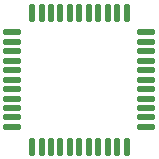
<source format=gbr>
%TF.GenerationSoftware,KiCad,Pcbnew,(6.0.4)*%
%TF.CreationDate,2022-05-05T02:24:40+01:00*%
%TF.ProjectId,Z80 QFP & LCC to DIL,5a383020-5146-4502-9026-204c43432074,rev?*%
%TF.SameCoordinates,Original*%
%TF.FileFunction,Paste,Top*%
%TF.FilePolarity,Positive*%
%FSLAX46Y46*%
G04 Gerber Fmt 4.6, Leading zero omitted, Abs format (unit mm)*
G04 Created by KiCad (PCBNEW (6.0.4)) date 2022-05-05 02:24:40*
%MOMM*%
%LPD*%
G01*
G04 APERTURE LIST*
G04 Aperture macros list*
%AMRoundRect*
0 Rectangle with rounded corners*
0 $1 Rounding radius*
0 $2 $3 $4 $5 $6 $7 $8 $9 X,Y pos of 4 corners*
0 Add a 4 corners polygon primitive as box body*
4,1,4,$2,$3,$4,$5,$6,$7,$8,$9,$2,$3,0*
0 Add four circle primitives for the rounded corners*
1,1,$1+$1,$2,$3*
1,1,$1+$1,$4,$5*
1,1,$1+$1,$6,$7*
1,1,$1+$1,$8,$9*
0 Add four rect primitives between the rounded corners*
20,1,$1+$1,$2,$3,$4,$5,0*
20,1,$1+$1,$4,$5,$6,$7,0*
20,1,$1+$1,$6,$7,$8,$9,0*
20,1,$1+$1,$8,$9,$2,$3,0*%
G04 Aperture macros list end*
%ADD10RoundRect,0.137500X-0.600000X-0.137500X0.600000X-0.137500X0.600000X0.137500X-0.600000X0.137500X0*%
%ADD11RoundRect,0.137500X-0.137500X-0.600000X0.137500X-0.600000X0.137500X0.600000X-0.137500X0.600000X0*%
G04 APERTURE END LIST*
D10*
%TO.C,IC2*%
X135307500Y-150940000D03*
X135307500Y-151740000D03*
X135307500Y-152540000D03*
X135307500Y-153340000D03*
X135307500Y-154140000D03*
X135307500Y-154940000D03*
X135307500Y-155740000D03*
X135307500Y-156540000D03*
X135307500Y-157340000D03*
X135307500Y-158140000D03*
X135307500Y-158940000D03*
D11*
X136970000Y-160602500D03*
X137770000Y-160602500D03*
X138570000Y-160602500D03*
X139370000Y-160602500D03*
X140170000Y-160602500D03*
X140970000Y-160602500D03*
X141770000Y-160602500D03*
X142570000Y-160602500D03*
X143370000Y-160602500D03*
X144170000Y-160602500D03*
X144970000Y-160602500D03*
D10*
X146632500Y-158940000D03*
X146632500Y-158140000D03*
X146632500Y-157340000D03*
X146632500Y-156540000D03*
X146632500Y-155740000D03*
X146632500Y-154940000D03*
X146632500Y-154140000D03*
X146632500Y-153340000D03*
X146632500Y-152540000D03*
X146632500Y-151740000D03*
X146632500Y-150940000D03*
D11*
X144970000Y-149277500D03*
X144170000Y-149277500D03*
X143370000Y-149277500D03*
X142570000Y-149277500D03*
X141770000Y-149277500D03*
X140970000Y-149277500D03*
X140170000Y-149277500D03*
X139370000Y-149277500D03*
X138570000Y-149277500D03*
X137770000Y-149277500D03*
X136970000Y-149277500D03*
%TD*%
M02*

</source>
